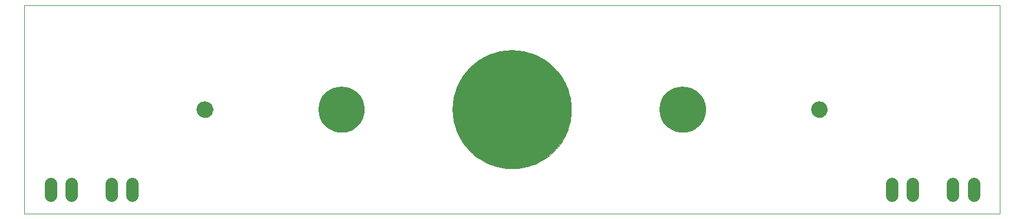
<source format=gbs>
G75*
G70*
%OFA0B0*%
%FSLAX24Y24*%
%IPPOS*%
%LPD*%
%AMOC8*
5,1,8,0,0,1.08239X$1,22.5*
%
%ADD10C,0.0000*%
%ADD11C,0.6733*%
%ADD12C,0.2599*%
%ADD13C,0.0926*%
%ADD14C,0.0700*%
D10*
X000377Y000280D02*
X055495Y000280D01*
X055495Y012091D01*
X000377Y012091D01*
X000377Y000280D01*
X010135Y006186D02*
X010137Y006227D01*
X010143Y006269D01*
X010152Y006309D01*
X010166Y006348D01*
X010183Y006386D01*
X010203Y006422D01*
X010227Y006456D01*
X010254Y006488D01*
X010284Y006517D01*
X010316Y006543D01*
X010351Y006566D01*
X010387Y006586D01*
X010425Y006602D01*
X010465Y006614D01*
X010506Y006623D01*
X010547Y006628D01*
X010588Y006629D01*
X010630Y006626D01*
X010671Y006619D01*
X010711Y006609D01*
X010750Y006594D01*
X010787Y006576D01*
X010823Y006555D01*
X010857Y006530D01*
X010888Y006503D01*
X010916Y006473D01*
X010941Y006440D01*
X010963Y006404D01*
X010982Y006367D01*
X010997Y006329D01*
X011009Y006289D01*
X011017Y006248D01*
X011021Y006207D01*
X011021Y006165D01*
X011017Y006124D01*
X011009Y006083D01*
X010997Y006043D01*
X010982Y006005D01*
X010963Y005968D01*
X010941Y005932D01*
X010916Y005899D01*
X010888Y005869D01*
X010857Y005842D01*
X010823Y005817D01*
X010787Y005796D01*
X010750Y005778D01*
X010711Y005763D01*
X010671Y005753D01*
X010630Y005746D01*
X010588Y005743D01*
X010547Y005744D01*
X010506Y005749D01*
X010465Y005758D01*
X010425Y005770D01*
X010387Y005786D01*
X010351Y005806D01*
X010316Y005829D01*
X010284Y005855D01*
X010254Y005884D01*
X010227Y005916D01*
X010203Y005950D01*
X010183Y005986D01*
X010166Y006024D01*
X010152Y006063D01*
X010143Y006103D01*
X010137Y006145D01*
X010135Y006186D01*
X017010Y006186D02*
X017012Y006257D01*
X017018Y006328D01*
X017028Y006399D01*
X017042Y006468D01*
X017059Y006537D01*
X017081Y006605D01*
X017106Y006672D01*
X017135Y006737D01*
X017167Y006800D01*
X017203Y006862D01*
X017242Y006921D01*
X017285Y006978D01*
X017330Y007033D01*
X017379Y007085D01*
X017430Y007134D01*
X017484Y007180D01*
X017541Y007224D01*
X017599Y007264D01*
X017660Y007300D01*
X017723Y007334D01*
X017788Y007363D01*
X017854Y007389D01*
X017922Y007412D01*
X017990Y007430D01*
X018060Y007445D01*
X018130Y007456D01*
X018201Y007463D01*
X018272Y007466D01*
X018343Y007465D01*
X018414Y007460D01*
X018485Y007451D01*
X018555Y007438D01*
X018624Y007422D01*
X018692Y007401D01*
X018759Y007377D01*
X018825Y007349D01*
X018888Y007317D01*
X018950Y007282D01*
X019010Y007244D01*
X019068Y007202D01*
X019123Y007158D01*
X019176Y007110D01*
X019226Y007059D01*
X019273Y007006D01*
X019317Y006950D01*
X019358Y006892D01*
X019396Y006831D01*
X019430Y006769D01*
X019460Y006704D01*
X019487Y006639D01*
X019511Y006571D01*
X019530Y006503D01*
X019546Y006434D01*
X019558Y006363D01*
X019566Y006293D01*
X019570Y006222D01*
X019570Y006150D01*
X019566Y006079D01*
X019558Y006009D01*
X019546Y005938D01*
X019530Y005869D01*
X019511Y005801D01*
X019487Y005733D01*
X019460Y005668D01*
X019430Y005603D01*
X019396Y005541D01*
X019358Y005480D01*
X019317Y005422D01*
X019273Y005366D01*
X019226Y005313D01*
X019176Y005262D01*
X019123Y005214D01*
X019068Y005170D01*
X019010Y005128D01*
X018950Y005090D01*
X018888Y005055D01*
X018825Y005023D01*
X018759Y004995D01*
X018692Y004971D01*
X018624Y004950D01*
X018555Y004934D01*
X018485Y004921D01*
X018414Y004912D01*
X018343Y004907D01*
X018272Y004906D01*
X018201Y004909D01*
X018130Y004916D01*
X018060Y004927D01*
X017990Y004942D01*
X017922Y004960D01*
X017854Y004983D01*
X017788Y005009D01*
X017723Y005038D01*
X017660Y005072D01*
X017599Y005108D01*
X017541Y005148D01*
X017484Y005192D01*
X017430Y005238D01*
X017379Y005287D01*
X017330Y005339D01*
X017285Y005394D01*
X017242Y005451D01*
X017203Y005510D01*
X017167Y005572D01*
X017135Y005635D01*
X017106Y005700D01*
X017081Y005767D01*
X017059Y005835D01*
X017042Y005904D01*
X017028Y005973D01*
X017018Y006044D01*
X017012Y006115D01*
X017010Y006186D01*
X024590Y006186D02*
X024594Y006350D01*
X024606Y006514D01*
X024626Y006677D01*
X024654Y006839D01*
X024690Y006999D01*
X024734Y007157D01*
X024786Y007313D01*
X024845Y007466D01*
X024911Y007617D01*
X024985Y007763D01*
X025066Y007906D01*
X025154Y008045D01*
X025248Y008179D01*
X025350Y008309D01*
X025457Y008433D01*
X025570Y008552D01*
X025689Y008665D01*
X025813Y008772D01*
X025943Y008874D01*
X026077Y008968D01*
X026216Y009056D01*
X026359Y009137D01*
X026505Y009211D01*
X026656Y009277D01*
X026809Y009336D01*
X026965Y009388D01*
X027123Y009432D01*
X027283Y009468D01*
X027445Y009496D01*
X027608Y009516D01*
X027772Y009528D01*
X027936Y009532D01*
X028100Y009528D01*
X028264Y009516D01*
X028427Y009496D01*
X028589Y009468D01*
X028749Y009432D01*
X028907Y009388D01*
X029063Y009336D01*
X029216Y009277D01*
X029367Y009211D01*
X029513Y009137D01*
X029656Y009056D01*
X029795Y008968D01*
X029929Y008874D01*
X030059Y008772D01*
X030183Y008665D01*
X030302Y008552D01*
X030415Y008433D01*
X030522Y008309D01*
X030624Y008179D01*
X030718Y008045D01*
X030806Y007906D01*
X030887Y007763D01*
X030961Y007617D01*
X031027Y007466D01*
X031086Y007313D01*
X031138Y007157D01*
X031182Y006999D01*
X031218Y006839D01*
X031246Y006677D01*
X031266Y006514D01*
X031278Y006350D01*
X031282Y006186D01*
X031278Y006022D01*
X031266Y005858D01*
X031246Y005695D01*
X031218Y005533D01*
X031182Y005373D01*
X031138Y005215D01*
X031086Y005059D01*
X031027Y004906D01*
X030961Y004755D01*
X030887Y004609D01*
X030806Y004466D01*
X030718Y004327D01*
X030624Y004193D01*
X030522Y004063D01*
X030415Y003939D01*
X030302Y003820D01*
X030183Y003707D01*
X030059Y003600D01*
X029929Y003498D01*
X029795Y003404D01*
X029656Y003316D01*
X029513Y003235D01*
X029367Y003161D01*
X029216Y003095D01*
X029063Y003036D01*
X028907Y002984D01*
X028749Y002940D01*
X028589Y002904D01*
X028427Y002876D01*
X028264Y002856D01*
X028100Y002844D01*
X027936Y002840D01*
X027772Y002844D01*
X027608Y002856D01*
X027445Y002876D01*
X027283Y002904D01*
X027123Y002940D01*
X026965Y002984D01*
X026809Y003036D01*
X026656Y003095D01*
X026505Y003161D01*
X026359Y003235D01*
X026216Y003316D01*
X026077Y003404D01*
X025943Y003498D01*
X025813Y003600D01*
X025689Y003707D01*
X025570Y003820D01*
X025457Y003939D01*
X025350Y004063D01*
X025248Y004193D01*
X025154Y004327D01*
X025066Y004466D01*
X024985Y004609D01*
X024911Y004755D01*
X024845Y004906D01*
X024786Y005059D01*
X024734Y005215D01*
X024690Y005373D01*
X024654Y005533D01*
X024626Y005695D01*
X024606Y005858D01*
X024594Y006022D01*
X024590Y006186D01*
X036302Y006186D02*
X036304Y006257D01*
X036310Y006328D01*
X036320Y006399D01*
X036334Y006468D01*
X036351Y006537D01*
X036373Y006605D01*
X036398Y006672D01*
X036427Y006737D01*
X036459Y006800D01*
X036495Y006862D01*
X036534Y006921D01*
X036577Y006978D01*
X036622Y007033D01*
X036671Y007085D01*
X036722Y007134D01*
X036776Y007180D01*
X036833Y007224D01*
X036891Y007264D01*
X036952Y007300D01*
X037015Y007334D01*
X037080Y007363D01*
X037146Y007389D01*
X037214Y007412D01*
X037282Y007430D01*
X037352Y007445D01*
X037422Y007456D01*
X037493Y007463D01*
X037564Y007466D01*
X037635Y007465D01*
X037706Y007460D01*
X037777Y007451D01*
X037847Y007438D01*
X037916Y007422D01*
X037984Y007401D01*
X038051Y007377D01*
X038117Y007349D01*
X038180Y007317D01*
X038242Y007282D01*
X038302Y007244D01*
X038360Y007202D01*
X038415Y007158D01*
X038468Y007110D01*
X038518Y007059D01*
X038565Y007006D01*
X038609Y006950D01*
X038650Y006892D01*
X038688Y006831D01*
X038722Y006769D01*
X038752Y006704D01*
X038779Y006639D01*
X038803Y006571D01*
X038822Y006503D01*
X038838Y006434D01*
X038850Y006363D01*
X038858Y006293D01*
X038862Y006222D01*
X038862Y006150D01*
X038858Y006079D01*
X038850Y006009D01*
X038838Y005938D01*
X038822Y005869D01*
X038803Y005801D01*
X038779Y005733D01*
X038752Y005668D01*
X038722Y005603D01*
X038688Y005541D01*
X038650Y005480D01*
X038609Y005422D01*
X038565Y005366D01*
X038518Y005313D01*
X038468Y005262D01*
X038415Y005214D01*
X038360Y005170D01*
X038302Y005128D01*
X038242Y005090D01*
X038180Y005055D01*
X038117Y005023D01*
X038051Y004995D01*
X037984Y004971D01*
X037916Y004950D01*
X037847Y004934D01*
X037777Y004921D01*
X037706Y004912D01*
X037635Y004907D01*
X037564Y004906D01*
X037493Y004909D01*
X037422Y004916D01*
X037352Y004927D01*
X037282Y004942D01*
X037214Y004960D01*
X037146Y004983D01*
X037080Y005009D01*
X037015Y005038D01*
X036952Y005072D01*
X036891Y005108D01*
X036833Y005148D01*
X036776Y005192D01*
X036722Y005238D01*
X036671Y005287D01*
X036622Y005339D01*
X036577Y005394D01*
X036534Y005451D01*
X036495Y005510D01*
X036459Y005572D01*
X036427Y005635D01*
X036398Y005700D01*
X036373Y005767D01*
X036351Y005835D01*
X036334Y005904D01*
X036320Y005973D01*
X036310Y006044D01*
X036304Y006115D01*
X036302Y006186D01*
X044851Y006186D02*
X044853Y006227D01*
X044859Y006269D01*
X044868Y006309D01*
X044882Y006348D01*
X044899Y006386D01*
X044919Y006422D01*
X044943Y006456D01*
X044970Y006488D01*
X045000Y006517D01*
X045032Y006543D01*
X045067Y006566D01*
X045103Y006586D01*
X045141Y006602D01*
X045181Y006614D01*
X045222Y006623D01*
X045263Y006628D01*
X045304Y006629D01*
X045346Y006626D01*
X045387Y006619D01*
X045427Y006609D01*
X045466Y006594D01*
X045503Y006576D01*
X045539Y006555D01*
X045573Y006530D01*
X045604Y006503D01*
X045632Y006473D01*
X045657Y006440D01*
X045679Y006404D01*
X045698Y006367D01*
X045713Y006329D01*
X045725Y006289D01*
X045733Y006248D01*
X045737Y006207D01*
X045737Y006165D01*
X045733Y006124D01*
X045725Y006083D01*
X045713Y006043D01*
X045698Y006005D01*
X045679Y005968D01*
X045657Y005932D01*
X045632Y005899D01*
X045604Y005869D01*
X045573Y005842D01*
X045539Y005817D01*
X045503Y005796D01*
X045466Y005778D01*
X045427Y005763D01*
X045387Y005753D01*
X045346Y005746D01*
X045304Y005743D01*
X045263Y005744D01*
X045222Y005749D01*
X045181Y005758D01*
X045141Y005770D01*
X045103Y005786D01*
X045067Y005806D01*
X045032Y005829D01*
X045000Y005855D01*
X044970Y005884D01*
X044943Y005916D01*
X044919Y005950D01*
X044899Y005986D01*
X044882Y006024D01*
X044868Y006063D01*
X044859Y006103D01*
X044853Y006145D01*
X044851Y006186D01*
D11*
X027936Y006186D03*
D12*
X037582Y006186D03*
X018290Y006186D03*
D13*
X010578Y006186D03*
X045294Y006186D03*
D14*
X049393Y001988D02*
X049393Y001328D01*
X050574Y001328D02*
X050574Y001988D01*
X052837Y001988D02*
X052837Y001328D01*
X054019Y001328D02*
X054019Y001988D01*
X006479Y001988D02*
X006479Y001328D01*
X005298Y001328D02*
X005298Y001988D01*
X003034Y001988D02*
X003034Y001328D01*
X001853Y001328D02*
X001853Y001988D01*
M02*

</source>
